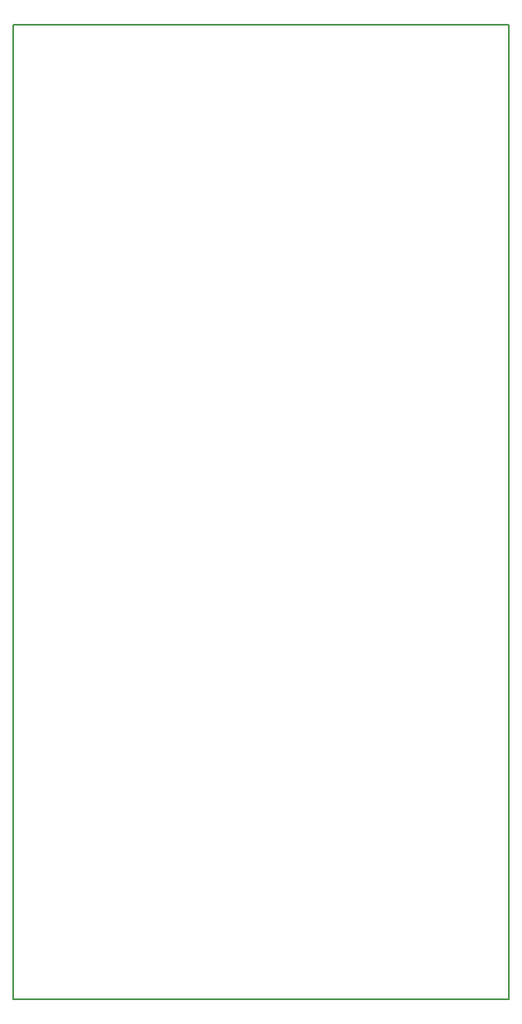
<source format=gm1>
G04 #@! TF.GenerationSoftware,KiCad,Pcbnew,(5.1.7)-1*
G04 #@! TF.CreationDate,2021-01-27T13:10:38-08:00*
G04 #@! TF.ProjectId,rx,72782e6b-6963-4616-945f-706362585858,rev?*
G04 #@! TF.SameCoordinates,Original*
G04 #@! TF.FileFunction,Profile,NP*
%FSLAX46Y46*%
G04 Gerber Fmt 4.6, Leading zero omitted, Abs format (unit mm)*
G04 Created by KiCad (PCBNEW (5.1.7)-1) date 2021-01-27 13:10:38*
%MOMM*%
%LPD*%
G01*
G04 APERTURE LIST*
G04 #@! TA.AperFunction,Profile*
%ADD10C,0.150000*%
G04 #@! TD*
G04 APERTURE END LIST*
D10*
X164000000Y-49000000D02*
X113000000Y-49000000D01*
X164000000Y-149000000D02*
X164000000Y-49000000D01*
X113000000Y-149000000D02*
X164000000Y-149000000D01*
X113000000Y-49000000D02*
X113000000Y-149000000D01*
M02*

</source>
